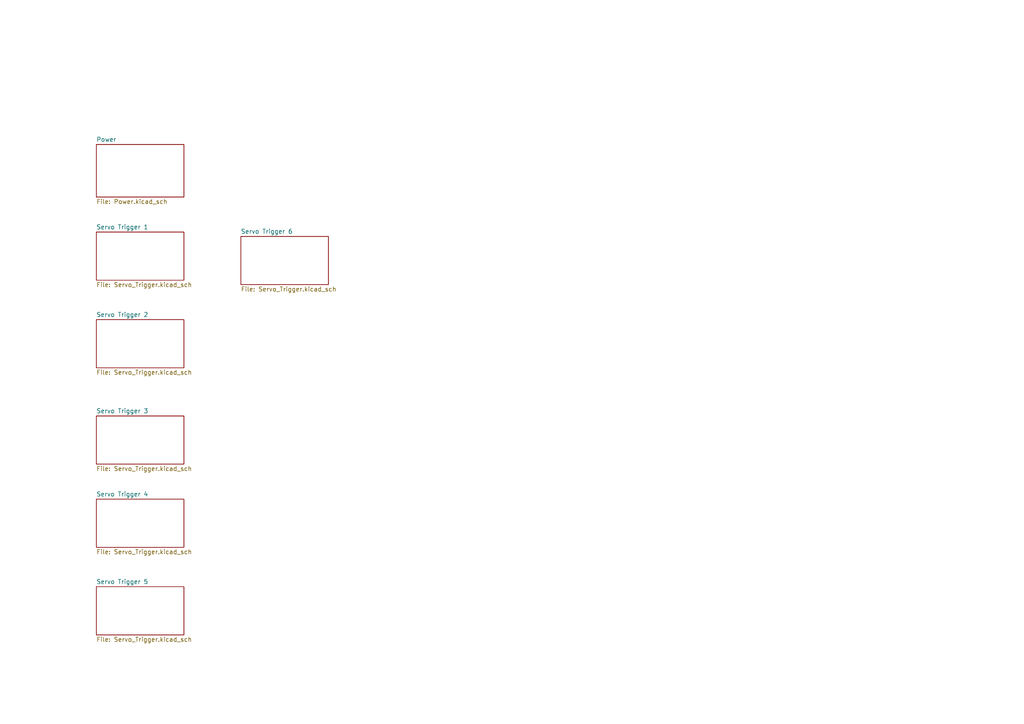
<source format=kicad_sch>
(kicad_sch
	(version 20250114)
	(generator "eeschema")
	(generator_version "9.0")
	(uuid "c5e273da-72d1-4004-9913-63755c794188")
	(paper "A4")
	(lib_symbols)
	(sheet
		(at 69.85 68.58)
		(size 25.4 13.97)
		(exclude_from_sim no)
		(in_bom yes)
		(on_board yes)
		(dnp no)
		(fields_autoplaced yes)
		(stroke
			(width 0.1524)
			(type solid)
		)
		(fill
			(color 0 0 0 0.0000)
		)
		(uuid "3126fae9-b4b5-41d1-ad49-eb82658ad72c")
		(property "Sheetname" "Servo Trigger 6"
			(at 69.85 67.8684 0)
			(effects
				(font
					(size 1.27 1.27)
				)
				(justify left bottom)
			)
		)
		(property "Sheetfile" "Servo_Trigger.kicad_sch"
			(at 69.85 83.1346 0)
			(effects
				(font
					(size 1.27 1.27)
				)
				(justify left top)
			)
		)
		(instances
			(project "Multichannel_Servo_Trigger"
				(path "/c5e273da-72d1-4004-9913-63755c794188"
					(page "7")
				)
			)
		)
	)
	(sheet
		(at 27.94 92.71)
		(size 25.4 13.97)
		(exclude_from_sim no)
		(in_bom yes)
		(on_board yes)
		(dnp no)
		(fields_autoplaced yes)
		(stroke
			(width 0.1524)
			(type solid)
		)
		(fill
			(color 0 0 0 0.0000)
		)
		(uuid "32fbb0a9-a933-456e-9ed9-1534a43a8b62")
		(property "Sheetname" "Servo Trigger 2"
			(at 27.94 91.9984 0)
			(effects
				(font
					(size 1.27 1.27)
				)
				(justify left bottom)
			)
		)
		(property "Sheetfile" "Servo_Trigger.kicad_sch"
			(at 27.94 107.2646 0)
			(effects
				(font
					(size 1.27 1.27)
				)
				(justify left top)
			)
		)
		(instances
			(project "Multichannel_Servo_Trigger"
				(path "/c5e273da-72d1-4004-9913-63755c794188"
					(page "3")
				)
			)
		)
	)
	(sheet
		(at 27.94 67.31)
		(size 25.4 13.97)
		(exclude_from_sim no)
		(in_bom yes)
		(on_board yes)
		(dnp no)
		(fields_autoplaced yes)
		(stroke
			(width 0.1524)
			(type solid)
		)
		(fill
			(color 0 0 0 0.0000)
		)
		(uuid "6c374de2-e0c7-413d-a582-853dc7424313")
		(property "Sheetname" "Servo Trigger 1"
			(at 27.94 66.5984 0)
			(effects
				(font
					(size 1.27 1.27)
				)
				(justify left bottom)
			)
		)
		(property "Sheetfile" "Servo_Trigger.kicad_sch"
			(at 27.94 81.8646 0)
			(effects
				(font
					(size 1.27 1.27)
				)
				(justify left top)
			)
		)
		(instances
			(project "Multichannel_Servo_Trigger"
				(path "/c5e273da-72d1-4004-9913-63755c794188"
					(page "2")
				)
			)
		)
	)
	(sheet
		(at 27.94 144.78)
		(size 25.4 13.97)
		(exclude_from_sim no)
		(in_bom yes)
		(on_board yes)
		(dnp no)
		(fields_autoplaced yes)
		(stroke
			(width 0.1524)
			(type solid)
		)
		(fill
			(color 0 0 0 0.0000)
		)
		(uuid "aa9cfaa0-2cd4-4577-a12c-f347af55028f")
		(property "Sheetname" "Servo Trigger 4"
			(at 27.94 144.0684 0)
			(effects
				(font
					(size 1.27 1.27)
				)
				(justify left bottom)
			)
		)
		(property "Sheetfile" "Servo_Trigger.kicad_sch"
			(at 27.94 159.3346 0)
			(effects
				(font
					(size 1.27 1.27)
				)
				(justify left top)
			)
		)
		(instances
			(project "Multichannel_Servo_Trigger"
				(path "/c5e273da-72d1-4004-9913-63755c794188"
					(page "5")
				)
			)
		)
	)
	(sheet
		(at 27.94 170.18)
		(size 25.4 13.97)
		(exclude_from_sim no)
		(in_bom yes)
		(on_board yes)
		(dnp no)
		(fields_autoplaced yes)
		(stroke
			(width 0.1524)
			(type solid)
		)
		(fill
			(color 0 0 0 0.0000)
		)
		(uuid "c5f41b07-a1d7-4276-a53c-5e8c73440f62")
		(property "Sheetname" "Servo Trigger 5"
			(at 27.94 169.4684 0)
			(effects
				(font
					(size 1.27 1.27)
				)
				(justify left bottom)
			)
		)
		(property "Sheetfile" "Servo_Trigger.kicad_sch"
			(at 27.94 184.7346 0)
			(effects
				(font
					(size 1.27 1.27)
				)
				(justify left top)
			)
		)
		(instances
			(project "Multichannel_Servo_Trigger"
				(path "/c5e273da-72d1-4004-9913-63755c794188"
					(page "6")
				)
			)
		)
	)
	(sheet
		(at 27.94 41.91)
		(size 25.4 15.24)
		(exclude_from_sim no)
		(in_bom yes)
		(on_board yes)
		(dnp no)
		(fields_autoplaced yes)
		(stroke
			(width 0.1524)
			(type solid)
		)
		(fill
			(color 0 0 0 0.0000)
		)
		(uuid "c7453a07-6d5b-4ce6-af05-f0959b1c6d11")
		(property "Sheetname" "Power"
			(at 27.94 41.1984 0)
			(effects
				(font
					(size 1.27 1.27)
				)
				(justify left bottom)
			)
		)
		(property "Sheetfile" "Power.kicad_sch"
			(at 27.94 57.7346 0)
			(effects
				(font
					(size 1.27 1.27)
				)
				(justify left top)
			)
		)
		(instances
			(project "Multichannel_Servo_Trigger"
				(path "/c5e273da-72d1-4004-9913-63755c794188"
					(page "2")
				)
			)
		)
	)
	(sheet
		(at 27.94 120.65)
		(size 25.4 13.97)
		(exclude_from_sim no)
		(in_bom yes)
		(on_board yes)
		(dnp no)
		(fields_autoplaced yes)
		(stroke
			(width 0.1524)
			(type solid)
		)
		(fill
			(color 0 0 0 0.0000)
		)
		(uuid "ff1b64b7-1501-4cb1-b29b-03255129f33b")
		(property "Sheetname" "Servo Trigger 3"
			(at 27.94 119.9384 0)
			(effects
				(font
					(size 1.27 1.27)
				)
				(justify left bottom)
			)
		)
		(property "Sheetfile" "Servo_Trigger.kicad_sch"
			(at 27.94 135.2046 0)
			(effects
				(font
					(size 1.27 1.27)
				)
				(justify left top)
			)
		)
		(instances
			(project "Multichannel_Servo_Trigger"
				(path "/c5e273da-72d1-4004-9913-63755c794188"
					(page "4")
				)
			)
		)
	)
	(sheet_instances
		(path "/"
			(page "1")
		)
	)
	(embedded_fonts no)
)

</source>
